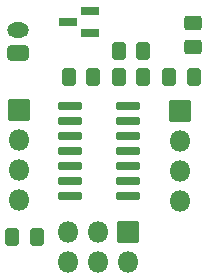
<source format=gbr>
G04 #@! TF.GenerationSoftware,KiCad,Pcbnew,(6.0.8)*
G04 #@! TF.CreationDate,2022-10-25T11:31:58-07:00*
G04 #@! TF.ProjectId,SAMD10_demo_in_progress,53414d44-3130-45f6-9465-6d6f5f696e5f,rev?*
G04 #@! TF.SameCoordinates,Original*
G04 #@! TF.FileFunction,Soldermask,Top*
G04 #@! TF.FilePolarity,Negative*
%FSLAX46Y46*%
G04 Gerber Fmt 4.6, Leading zero omitted, Abs format (unit mm)*
G04 Created by KiCad (PCBNEW (6.0.8)) date 2022-10-25 11:31:58*
%MOMM*%
%LPD*%
G01*
G04 APERTURE LIST*
G04 Aperture macros list*
%AMRoundRect*
0 Rectangle with rounded corners*
0 $1 Rounding radius*
0 $2 $3 $4 $5 $6 $7 $8 $9 X,Y pos of 4 corners*
0 Add a 4 corners polygon primitive as box body*
4,1,4,$2,$3,$4,$5,$6,$7,$8,$9,$2,$3,0*
0 Add four circle primitives for the rounded corners*
1,1,$1+$1,$2,$3*
1,1,$1+$1,$4,$5*
1,1,$1+$1,$6,$7*
1,1,$1+$1,$8,$9*
0 Add four rect primitives between the rounded corners*
20,1,$1+$1,$2,$3,$4,$5,0*
20,1,$1+$1,$4,$5,$6,$7,0*
20,1,$1+$1,$6,$7,$8,$9,0*
20,1,$1+$1,$8,$9,$2,$3,0*%
G04 Aperture macros list end*
%ADD10RoundRect,0.301000X0.325000X0.450000X-0.325000X0.450000X-0.325000X-0.450000X0.325000X-0.450000X0*%
%ADD11RoundRect,0.301000X-0.325000X-0.450000X0.325000X-0.450000X0.325000X0.450000X-0.325000X0.450000X0*%
%ADD12RoundRect,0.051000X-0.850000X0.850000X-0.850000X-0.850000X0.850000X-0.850000X0.850000X0.850000X0*%
%ADD13O,1.802000X1.802000*%
%ADD14RoundRect,0.051000X-0.850000X-0.850000X0.850000X-0.850000X0.850000X0.850000X-0.850000X0.850000X0*%
%ADD15RoundRect,0.301000X0.625000X-0.350000X0.625000X0.350000X-0.625000X0.350000X-0.625000X-0.350000X0*%
%ADD16O,1.852000X1.302000*%
%ADD17RoundRect,0.301000X-0.450000X0.325000X-0.450000X-0.325000X0.450000X-0.325000X0.450000X0.325000X0*%
%ADD18RoundRect,0.201000X-0.825000X-0.150000X0.825000X-0.150000X0.825000X0.150000X-0.825000X0.150000X0*%
%ADD19RoundRect,0.201000X0.587500X0.150000X-0.587500X0.150000X-0.587500X-0.150000X0.587500X-0.150000X0*%
G04 APERTURE END LIST*
D10*
X81475000Y-75500000D03*
X79425000Y-75500000D03*
D11*
X75175000Y-75500000D03*
X77225000Y-75500000D03*
D10*
X81475000Y-73250000D03*
X79425000Y-73250000D03*
X85725000Y-75500000D03*
X83675000Y-75500000D03*
D12*
X80150000Y-88560000D03*
D13*
X80150000Y-91100000D03*
X77610000Y-88560000D03*
X77610000Y-91100000D03*
X75070000Y-88560000D03*
X75070000Y-91100000D03*
D14*
X84550000Y-78350000D03*
D13*
X84550000Y-80890000D03*
X84550000Y-83430000D03*
X84550000Y-85970000D03*
D14*
X70950000Y-78250000D03*
D13*
X70950000Y-80790000D03*
X70950000Y-83330000D03*
X70950000Y-85870000D03*
D15*
X70850000Y-73450000D03*
D16*
X70850000Y-71450000D03*
D17*
X85700000Y-70900000D03*
X85700000Y-72950000D03*
D11*
X70375000Y-89000000D03*
X72425000Y-89000000D03*
D18*
X75225000Y-77940000D03*
X75225000Y-79210000D03*
X75225000Y-80480000D03*
X75225000Y-81750000D03*
X75225000Y-83020000D03*
X75225000Y-84290000D03*
X75225000Y-85560000D03*
X80175000Y-85560000D03*
X80175000Y-84290000D03*
X80175000Y-83020000D03*
X80175000Y-81750000D03*
X80175000Y-80480000D03*
X80175000Y-79210000D03*
X80175000Y-77940000D03*
D19*
X76937500Y-71750000D03*
X76937500Y-69850000D03*
X75062500Y-70800000D03*
M02*

</source>
